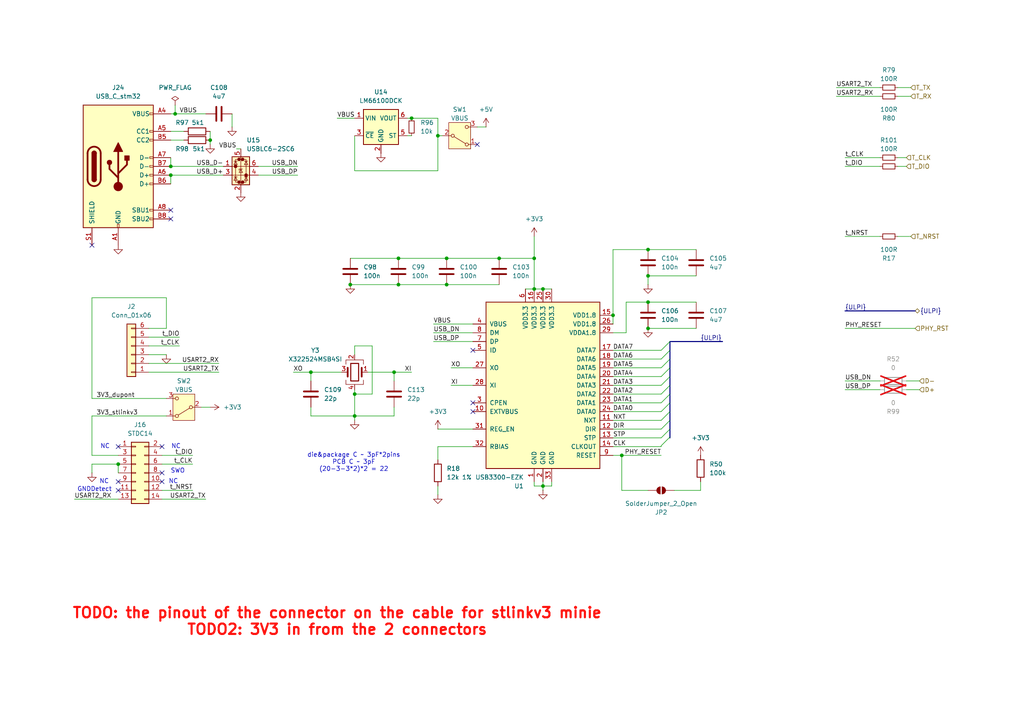
<source format=kicad_sch>
(kicad_sch (version 20231120) (generator "eeschema") (generator_version "8.0")
  (paper "A4")
  (title_block (title "EP6 VCU") (date "2024-09-30") (rev "1.0") (company "NTURacing") (comment 1 "郭哲明") (comment 2 "Electrical group"))
  (lib_symbols
    (symbol "Connector:USB_C_Receptacle_USB2.0_16P" (pin_names (offset 1.016))
      (property "Reference" "J" (at 0 22.225 0))
      (property "Value" "USB_C_Receptacle_USB2.0_16P" (at 0 19.685 0))
      (symbol "USB_C_Receptacle_USB2.0_16P_0_0"
        (rectangle (start -0.254 -17.78) (end 0.254 -16.764))
        (rectangle (start 10.16 -14.986) (end 9.144 -15.494))
        (rectangle (start 10.16 -12.446) (end 9.144 -12.954))
        (rectangle (start 10.16 -4.826) (end 9.144 -5.334))
        (rectangle (start 10.16 -2.286) (end 9.144 -2.794))
        (rectangle (start 10.16 0.254) (end 9.144 -0.254))
        (rectangle (start 10.16 2.794) (end 9.144 2.286))
        (rectangle (start 10.16 7.874) (end 9.144 7.366))
        (rectangle (start 10.16 10.414) (end 9.144 9.906))
        (rectangle (start 10.16 15.494) (end 9.144 14.986))
      )
      (symbol "USB_C_Receptacle_USB2.0_16P_0_1"
        (rectangle (start -10.16 17.78) (end 10.16 -17.78) (stroke (width 0.254)) (fill (type background)))
        (arc (start -8.89 -3.81) (mid -6.985 -5.7067) (end -5.08 -3.81) (stroke (width 0.508)))
        (arc (start -7.62 -3.81) (mid -6.985 -4.4423) (end -6.35 -3.81) (stroke (width 0.254)))
        (arc (start -7.62 -3.81) (mid -6.985 -4.4423) (end -6.35 -3.81) (stroke (width 0.254)) (fill (type outline)))
        (rectangle (start -7.62 -3.81) (end -6.35 3.81) (stroke (width 0.254)) (fill (type outline)))
        (arc (start -6.35 3.81) (mid -6.985 4.4423) (end -7.62 3.81) (stroke (width 0.254)))
        (arc (start -6.35 3.81) (mid -6.985 4.4423) (end -7.62 3.81) (stroke (width 0.254)) (fill (type outline)))
        (arc (start -5.08 3.81) (mid -6.985 5.7067) (end -8.89 3.81) (stroke (width 0.508)))
        (circle (center -2.54 1.143) (radius 0.635) (stroke (width 0.254)) (fill (type outline)))
        (circle (center 0 -5.842) (radius 1.27) (fill (type outline)))
        (polyline (pts (xy -8.89 -3.81) (xy -8.89 3.81)) (stroke (width 0.508)))
        (polyline (pts (xy -5.08 3.81) (xy -5.08 -3.81)) (stroke (width 0.508)))
        (polyline (pts (xy 0 -5.842) (xy 0 4.318)) (stroke (width 0.508)))
        (polyline (pts (xy 0 -3.302) (xy -2.54 -0.762) (xy -2.54 0.508)) (stroke (width 0.508)))
        (polyline (pts (xy 0 -2.032) (xy 2.54 0.508) (xy 2.54 1.778)) (stroke (width 0.508)))
        (polyline (pts (xy -1.27 4.318) (xy 0 6.858) (xy 1.27 4.318) (xy -1.27 4.318)) (stroke (width 0.254)) (fill (type outline)))
        (rectangle (start 1.905 1.778) (end 3.175 3.048) (stroke (width 0.254)) (fill (type outline)))
      )
      (symbol "USB_C_Receptacle_USB2.0_16P_1_1"
        (pin passive line (at 0 -22.86 90) (length 5.08) (name "GND") (number "A1"))
        (pin passive line (at 0 -22.86 90) (length 5.08) hide (name "GND") (number "A12"))
        (pin passive line (at 15.24 15.24 180) (length 5.08) (name "VBUS") (number "A4"))
        (pin bidirectional line (at 15.24 10.16 180) (length 5.08) (name "CC1") (number "A5"))
        (pin bidirectional line (at 15.24 -2.54 180) (length 5.08) (name "D+") (number "A6"))
        (pin bidirectional line (at 15.24 2.54 180) (length 5.08) (name "D-") (number "A7"))
        (pin bidirectional line (at 15.24 -12.7 180) (length 5.08) (name "SBU1") (number "A8"))
        (pin passive line (at 15.24 15.24 180) (length 5.08) hide (name "VBUS") (number "A9"))
        (pin passive line (at 0 -22.86 90) (length 5.08) hide (name "GND") (number "B1"))
        (pin passive line (at 0 -22.86 90) (length 5.08) hide (name "GND") (number "B12"))
        (pin passive line (at 15.24 15.24 180) (length 5.08) hide (name "VBUS") (number "B4"))
        (pin bidirectional line (at 15.24 7.62 180) (length 5.08) (name "CC2") (number "B5"))
        (pin bidirectional line (at 15.24 -5.08 180) (length 5.08) (name "D+") (number "B6"))
        (pin bidirectional line (at 15.24 0 180) (length 5.08) (name "D-") (number "B7"))
        (pin bidirectional line (at 15.24 -15.24 180) (length 5.08) (name "SBU2") (number "B8"))
        (pin passive line (at 15.24 15.24 180) (length 5.08) hide (name "VBUS") (number "B9"))
        (pin passive line (at -7.62 -22.86 90) (length 5.08) (name "SHIELD") (number "S1"))
      )
    )
    (symbol "Connector_Generic:Conn_01x06" (pin_names (offset 1.016) hide)
      (property "Reference" "J" (at 0 7.62 0))
      (property "Value" "Conn_01x06" (at 0 -10.16 0))
      (symbol "Conn_01x06_1_1"
        (rectangle (start -1.27 -7.493) (end 0 -7.747) (stroke (width 0.1524)))
        (rectangle (start -1.27 -4.953) (end 0 -5.207) (stroke (width 0.1524)))
        (rectangle (start -1.27 -2.413) (end 0 -2.667) (stroke (width 0.1524)))
        (rectangle (start -1.27 0.127) (end 0 -0.127) (stroke (width 0.1524)))
        (rectangle (start -1.27 2.667) (end 0 2.413) (stroke (width 0.1524)))
        (rectangle (start -1.27 5.207) (end 0 4.953) (stroke (width 0.1524)))
        (rectangle (start -1.27 6.35) (end 1.27 -8.89) (stroke (width 0.254)) (fill (type background)))
        (pin passive line (at -5.08 5.08 0) (length 3.81) (name "Pin_1") (number "1"))
        (pin passive line (at -5.08 2.54 0) (length 3.81) (name "Pin_2") (number "2"))
        (pin passive line (at -5.08 0 0) (length 3.81) (name "Pin_3") (number "3"))
        (pin passive line (at -5.08 -2.54 0) (length 3.81) (name "Pin_4") (number "4"))
        (pin passive line (at -5.08 -5.08 0) (length 3.81) (name "Pin_5") (number "5"))
        (pin passive line (at -5.08 -7.62 0) (length 3.81) (name "Pin_6") (number "6"))
      )
    )
    (symbol "Connector_Generic:Conn_02x07_Odd_Even" (pin_names (offset 1.016) hide)
      (property "Reference" "J" (at 1.27 10.16 0))
      (property "Value" "Conn_02x07_Odd_Even" (at 1.27 -10.16 0))
      (symbol "Conn_02x07_Odd_Even_1_1"
        (rectangle (start -1.27 -7.493) (end 0 -7.747) (stroke (width 0.1524)))
        (rectangle (start -1.27 -4.953) (end 0 -5.207) (stroke (width 0.1524)))
        (rectangle (start -1.27 -2.413) (end 0 -2.667) (stroke (width 0.1524)))
        (rectangle (start -1.27 0.127) (end 0 -0.127) (stroke (width 0.1524)))
        (rectangle (start -1.27 2.667) (end 0 2.413) (stroke (width 0.1524)))
        (rectangle (start -1.27 5.207) (end 0 4.953) (stroke (width 0.1524)))
        (rectangle (start -1.27 7.747) (end 0 7.493) (stroke (width 0.1524)))
        (rectangle (start -1.27 8.89) (end 3.81 -8.89) (stroke (width 0.254)) (fill (type background)))
        (rectangle (start 3.81 -7.493) (end 2.54 -7.747) (stroke (width 0.1524)))
        (rectangle (start 3.81 -4.953) (end 2.54 -5.207) (stroke (width 0.1524)))
        (rectangle (start 3.81 -2.413) (end 2.54 -2.667) (stroke (width 0.1524)))
        (rectangle (start 3.81 0.127) (end 2.54 -0.127) (stroke (width 0.1524)))
        (rectangle (start 3.81 2.667) (end 2.54 2.413) (stroke (width 0.1524)))
        (rectangle (start 3.81 5.207) (end 2.54 4.953) (stroke (width 0.1524)))
        (rectangle (start 3.81 7.747) (end 2.54 7.493) (stroke (width 0.1524)))
        (pin passive line (at -5.08 7.62 0) (length 3.81) (name "Pin_1") (number "1"))
        (pin passive line (at 7.62 -2.54 180) (length 3.81) (name "Pin_10") (number "10"))
        (pin passive line (at -5.08 -5.08 0) (length 3.81) (name "Pin_11") (number "11"))
        (pin passive line (at 7.62 -5.08 180) (length 3.81) (name "Pin_12") (number "12"))
        (pin passive line (at -5.08 -7.62 0) (length 3.81) (name "Pin_13") (number "13"))
        (pin passive line (at 7.62 -7.62 180) (length 3.81) (name "Pin_14") (number "14"))
        (pin passive line (at 7.62 7.62 180) (length 3.81) (name "Pin_2") (number "2"))
        (pin passive line (at -5.08 5.08 0) (length 3.81) (name "Pin_3") (number "3"))
        (pin passive line (at 7.62 5.08 180) (length 3.81) (name "Pin_4") (number "4"))
        (pin passive line (at -5.08 2.54 0) (length 3.81) (name "Pin_5") (number "5"))
        (pin passive line (at 7.62 2.54 180) (length 3.81) (name "Pin_6") (number "6"))
        (pin passive line (at -5.08 0 0) (length 3.81) (name "Pin_7") (number "7"))
        (pin passive line (at 7.62 0 180) (length 3.81) (name "Pin_8") (number "8"))
        (pin passive line (at -5.08 -2.54 0) (length 3.81) (name "Pin_9") (number "9"))
      )
    )
    (symbol "Device:C" (pin_numbers hide) (pin_names (offset 0.254))
      (property "Reference" "C" (at 0.635 2.54 0))
      (property "Value" "C" (at 0.635 -2.54 0))
      (symbol "C_0_1"
        (polyline (pts (xy -2.032 -0.762) (xy 2.032 -0.762)) (stroke (width 0.508)))
        (polyline (pts (xy -2.032 0.762) (xy 2.032 0.762)) (stroke (width 0.508)))
      )
      (symbol "C_1_1"
        (pin passive line (at 0 3.81 270) (length 2.794) (name "~") (number "1"))
        (pin passive line (at 0 -3.81 90) (length 2.794) (name "~") (number "2"))
      )
    )
    (symbol "Device:Crystal_GND24" (pin_names (offset 1.016) hide)
      (property "Reference" "Y" (at 3.175 5.08 0))
      (property "Value" "Crystal_GND24" (at 3.175 3.175 0))
      (symbol "Crystal_GND24_0_1"
        (rectangle (start -1.143 2.54) (end 1.143 -2.54) (stroke (width 0.3048)))
        (polyline (pts (xy -2.54 0) (xy -2.032 0)))
        (polyline (pts (xy -2.032 -1.27) (xy -2.032 1.27)) (stroke (width 0.508)))
        (polyline (pts (xy 0 -3.81) (xy 0 -3.556)))
        (polyline (pts (xy 0 3.556) (xy 0 3.81)))
        (polyline (pts (xy 2.032 -1.27) (xy 2.032 1.27)) (stroke (width 0.508)))
        (polyline (pts (xy 2.032 0) (xy 2.54 0)))
        (polyline (pts (xy -2.54 -2.286) (xy -2.54 -3.556) (xy 2.54 -3.556) (xy 2.54 -2.286)))
        (polyline (pts (xy -2.54 2.286) (xy -2.54 3.556) (xy 2.54 3.556) (xy 2.54 2.286)))
      )
      (symbol "Crystal_GND24_1_1"
        (pin passive line (at -3.81 0 0) (length 1.27) (name "1") (number "1"))
        (pin passive line (at 0 5.08 270) (length 1.27) (name "2") (number "2"))
        (pin passive line (at 3.81 0 180) (length 1.27) (name "3") (number "3"))
        (pin passive line (at 0 -5.08 90) (length 1.27) (name "4") (number "4"))
      )
    )
    (symbol "Device:R" (pin_numbers hide) (pin_names (offset 0))
      (property "Reference" "R" (at 2.032 0 90))
      (property "Value" "R" (at 0 0 90))
      (symbol "R_0_1"
        (rectangle (start -1.016 -2.54) (end 1.016 2.54) (stroke (width 0.254)))
      )
      (symbol "R_1_1"
        (pin passive line (at 0 3.81 270) (length 1.27) (name "~") (number "1"))
        (pin passive line (at 0 -3.81 90) (length 1.27) (name "~") (number "2"))
      )
    )
    (symbol "Device:R_Small" (pin_numbers hide) (pin_names (offset 0.254) hide)
      (property "Reference" "R" (at 0.762 0.508 0))
      (property "Value" "R_Small" (at 0.762 -1.016 0))
      (symbol "R_Small_0_1"
        (rectangle (start -0.762 1.778) (end 0.762 -1.778) (stroke (width 0.2032)))
      )
      (symbol "R_Small_1_1"
        (pin passive line (at 0 2.54 270) (length 0.762) (name "~") (number "1"))
        (pin passive line (at 0 -2.54 90) (length 0.762) (name "~") (number "2"))
      )
    )
    (symbol "Interface_USB:USB3300-EZK" (pin_names (offset 1.016))
      (property "Reference" "U" (at 0 1.27 0))
      (property "Value" "USB3300-EZK" (at 0 -1.27 0))
      (symbol "USB3300-EZK_0_1"
        (rectangle (start 16.51 -24.13) (end -16.51 24.13) (stroke (width 0.254)) (fill (type background)))
      )
      (symbol "USB3300-EZK_1_1"
        (pin power_in line (at -2.54 -27.94 90) (length 3.81) (name "GND") (number "1"))
        (pin input line (at -20.32 -7.62 0) (length 3.81) (name "EXTVBUS") (number "10"))
        (pin output line (at 20.32 -10.16 180) (length 3.81) (name "NXT") (number "11"))
        (pin output line (at 20.32 -12.7 180) (length 3.81) (name "DIR") (number "12"))
        (pin input line (at 20.32 -15.24 180) (length 3.81) (name "STP") (number "13"))
        (pin output line (at 20.32 -17.78 180) (length 3.81) (name "CLKOUT") (number "14"))
        (pin power_out line (at 20.32 20.32 180) (length 3.81) (name "VDD1.8") (number "15"))
        (pin power_in line (at -2.54 27.94 270) (length 3.81) (name "VDD3.3") (number "16"))
        (pin bidirectional line (at 20.32 10.16 180) (length 3.81) (name "DATA7") (number "17"))
        (pin bidirectional line (at 20.32 7.62 180) (length 3.81) (name "DATA6") (number "18"))
        (pin bidirectional line (at 20.32 5.08 180) (length 3.81) (name "DATA5") (number "19"))
        (pin power_in line (at 0 -27.94 90) (length 3.81) (name "GND") (number "2"))
        (pin bidirectional line (at 20.32 2.54 180) (length 3.81) (name "DATA4") (number "20"))
        (pin bidirectional line (at 20.32 0 180) (length 3.81) (name "DATA3") (number "21"))
        (pin bidirectional line (at 20.32 -2.54 180) (length 3.81) (name "DATA2") (number "22"))
        (pin bidirectional line (at 20.32 -5.08 180) (length 3.81) (name "DATA1") (number "23"))
        (pin bidirectional line (at 20.32 -7.62 180) (length 3.81) (name "DATA0") (number "24"))
        (pin power_in line (at 0 27.94 270) (length 3.81) (name "VDD3.3") (number "25"))
        (pin power_out line (at 20.32 17.78 180) (length 3.81) (name "VDD1.8") (number "26"))
        (pin output line (at -20.32 5.08 0) (length 3.81) (name "XO") (number "27"))
        (pin input line (at -20.32 0 0) (length 3.81) (name "XI") (number "28"))
        (pin power_out line (at 20.32 15.24 180) (length 3.81) (name "VDDA1.8") (number "29"))
        (pin output line (at -20.32 -5.08 0) (length 3.81) (name "CPEN") (number "3"))
        (pin power_in line (at 2.54 27.94 270) (length 3.81) (name "VDD3.3") (number "30"))
        (pin bidirectional line (at -20.32 -12.7 0) (length 3.81) (name "REG_EN") (number "31"))
        (pin passive line (at -20.32 -17.78 0) (length 3.81) (name "RBIAS") (number "32"))
        (pin power_in line (at 2.54 -27.94 90) (length 3.81) (name "GND") (number "33"))
        (pin power_in line (at -20.32 17.78 0) (length 3.81) (name "VBUS") (number "4"))
        (pin input line (at -20.32 10.16 0) (length 3.81) (name "ID") (number "5"))
        (pin power_in line (at -5.08 27.94 270) (length 3.81) (name "VDD3.3") (number "6"))
        (pin bidirectional line (at -20.32 12.7 0) (length 3.81) (name "DP") (number "7"))
        (pin bidirectional line (at -20.32 15.24 0) (length 3.81) (name "DM") (number "8"))
        (pin input line (at 20.32 -20.32 180) (length 3.81) (name "RESET") (number "9"))
      )
    )
    (symbol "Jumper:SolderJumper_2_Open" (pin_numbers hide) (pin_names (offset 0) hide) (exclude_from_sim yes) (in_bom no)
      (property "Reference" "JP" (at 0 2.032 0))
      (property "Value" "SolderJumper_2_Open" (at 0 -2.54 0))
      (symbol "SolderJumper_2_Open_0_1"
        (arc (start -0.254 1.016) (mid -1.2656 0) (end -0.254 -1.016))
        (arc (start -0.254 1.016) (mid -1.2656 0) (end -0.254 -1.016) (fill (type outline)))
        (polyline (pts (xy -0.254 1.016) (xy -0.254 -1.016)))
        (polyline (pts (xy 0.254 1.016) (xy 0.254 -1.016)))
        (arc (start 0.254 -1.016) (mid 1.2656 0) (end 0.254 1.016))
        (arc (start 0.254 -1.016) (mid 1.2656 0) (end 0.254 1.016) (fill (type outline)))
      )
      (symbol "SolderJumper_2_Open_1_1"
        (pin passive line (at -3.81 0 0) (length 2.54) (name "A") (number "1"))
        (pin passive line (at 3.81 0 180) (length 2.54) (name "B") (number "2"))
      )
    )
    (symbol "Power_Management:LM66100DCK"
      (property "Reference" "U" (at -5.08 6.096 0))
      (property "Value" "LM66100DCK" (at 0.254 -6.35 0))
      (symbol "LM66100DCK_0_1"
        (rectangle (start -5.08 5.08) (end 5.08 -5.08) (stroke (width 0.254)) (fill (type background)))
      )
      (symbol "LM66100DCK_1_1"
        (pin power_in line (at -7.62 2.54 0) (length 2.54) (name "VIN") (number "1"))
        (pin power_in line (at 0 -7.62 90) (length 2.54) (name "GND") (number "2"))
        (pin input line (at -7.62 -2.54 0) (length 2.54) (name "~{CE}") (number "3"))
        (pin no_connect line (at 0 5.08 270) (length 2.54) hide (name "NC") (number "4"))
        (pin open_collector line (at 7.62 -2.54 180) (length 2.54) (name "ST") (number "5"))
        (pin power_out line (at 7.62 2.54 180) (length 2.54) (name "VOUT") (number "6"))
      )
    )
    (symbol "Power_Protection:USBLC6-2SC6" (pin_names hide)
      (property "Reference" "U" (at 0.635 5.715 0))
      (property "Value" "USBLC6-2SC6" (at 0.635 3.81 0))
      (symbol "USBLC6-2SC6_0_0"
        (circle (center -1.524 0) (radius 0.0001) (stroke (width 0.508)))
        (circle (center -0.508 -4.572) (radius 0.0001) (stroke (width 0.508)))
        (circle (center -0.508 2.032) (radius 0.0001) (stroke (width 0.508)))
        (circle (center 0.508 -4.572) (radius 0.0001) (stroke (width 0.508)))
        (circle (center 0.508 2.032) (radius 0.0001) (stroke (width 0.508)))
        (circle (center 1.524 -2.54) (radius 0.0001) (stroke (width 0.508)))
      )
      (symbol "USBLC6-2SC6_0_1"
        (polyline (pts (xy -2.54 -2.54) (xy 2.54 -2.54)))
        (polyline (pts (xy -2.54 0) (xy 2.54 0)))
        (polyline (pts (xy -2.032 -3.048) (xy -1.016 -3.048)))
        (polyline (pts (xy -1.016 1.524) (xy -2.032 1.524)))
        (polyline (pts (xy 1.016 -3.048) (xy 2.032 -3.048)))
        (polyline (pts (xy 1.016 1.524) (xy 2.032 1.524)))
        (polyline (pts (xy -0.508 -1.143) (xy -0.508 -0.762) (xy 0.508 -0.762)))
        (polyline (pts (xy -2.032 0.508) (xy -1.016 0.508) (xy -1.524 1.524) (xy -2.032 0.508)))
        (polyline (pts (xy -1.016 -4.064) (xy -2.032 -4.064) (xy -1.524 -3.048) (xy -1.016 -4.064)))
        (polyline (pts (xy 0.508 -1.778) (xy -0.508 -1.778) (xy 0 -0.762) (xy 0.508 -1.778)))
        (polyline (pts (xy 2.032 -4.064) (xy 1.016 -4.064) (xy 1.524 -3.048) (xy 2.032 -4.064)))
        (polyline (pts (xy 2.032 0.508) (xy 1.016 0.508) (xy 1.524 1.524) (xy 2.032 0.508)))
        (polyline (pts (xy 0 2.54) (xy -0.508 2.032) (xy 0.508 2.032) (xy 0 1.524) (xy 0 -4.064) (xy -0.508 -4.572) (xy 0.508 -4.572) (xy 0 -5.08)))
      )
      (symbol "USBLC6-2SC6_1_1"
        (rectangle (start -2.54 2.794) (end 2.54 -5.334) (stroke (width 0.254)) (fill (type background)))
        (polyline (pts (xy -0.508 2.032) (xy -1.524 2.032) (xy -1.524 -4.572) (xy -0.508 -4.572)))
        (polyline (pts (xy 0.508 -4.572) (xy 1.524 -4.572) (xy 1.524 2.032) (xy 0.508 2.032)))
        (pin passive line (at -5.08 0 0) (length 2.54) (name "I/O1") (number "1"))
        (pin passive line (at 0 -7.62 90) (length 2.54) (name "GND") (number "2"))
        (pin passive line (at -5.08 -2.54 0) (length 2.54) (name "I/O2") (number "3"))
        (pin passive line (at 5.08 -2.54 180) (length 2.54) (name "I/O2") (number "4"))
        (pin passive line (at 0 5.08 270) (length 2.54) (name "VBUS") (number "5"))
        (pin passive line (at 5.08 0 180) (length 2.54) (name "I/O1") (number "6"))
      )
    )
    (symbol "Switch:SW_SPDT" (pin_names (offset 0) hide)
      (property "Reference" "SW" (at 0 5.08 0))
      (property "Value" "SW_SPDT" (at 0 -5.08 0))
      (symbol "SW_SPDT_0_1"
        (circle (center -2.032 0) (radius 0.4572))
        (polyline (pts (xy -1.651 0.254) (xy 1.651 2.286)))
        (circle (center 2.032 -2.54) (radius 0.4572))
        (circle (center 2.032 2.54) (radius 0.4572))
      )
      (symbol "SW_SPDT_1_1"
        (rectangle (start -3.175 3.81) (end 3.175 -3.81) (fill (type background)))
        (pin passive line (at 5.08 2.54 180) (length 2.54) (name "A") (number "1"))
        (pin passive line (at -5.08 0 0) (length 2.54) (name "B") (number "2"))
        (pin passive line (at 5.08 -2.54 180) (length 2.54) (name "C") (number "3"))
      )
    )
    (symbol "power:+3V3" (power) (pin_numbers hide) (pin_names (offset 0) hide)
      (property "Value" "+3V3" (at 0 3.556 0))
      (symbol "+3V3_0_1"
        (polyline (pts (xy -0.762 1.27) (xy 0 2.54)))
        (polyline (pts (xy 0 0) (xy 0 2.54)))
        (polyline (pts (xy 0 2.54) (xy 0.762 1.27)))
      )
      (symbol "+3V3_1_1"
        (pin power_in line (at 0 0 90) (length 0) (name "~") (number "1"))
      )
    )
    (symbol "power:+5V" (power) (pin_numbers hide) (pin_names (offset 0) hide)
      (property "Value" "+5V" (at 0 3.556 0))
      (symbol "+5V_0_1"
        (polyline (pts (xy -0.762 1.27) (xy 0 2.54)))
        (polyline (pts (xy 0 0) (xy 0 2.54)))
        (polyline (pts (xy 0 2.54) (xy 0.762 1.27)))
      )
      (symbol "+5V_1_1"
        (pin power_in line (at 0 0 90) (length 0) (name "~") (number "1"))
      )
    )
    (symbol "power:GND" (power) (pin_numbers hide) (pin_names (offset 0) hide)
      (property "Value" "GND" (at 0 -3.81 0))
      (symbol "GND_0_1"
        (polyline (pts (xy 0 0) (xy 0 -1.27) (xy 1.27 -1.27) (xy 0 -2.54) (xy -1.27 -1.27) (xy 0 -1.27)))
      )
      (symbol "GND_1_1"
        (pin power_in line (at 0 0 270) (length 0) (name "~") (number "1"))
      )
    )
    (symbol "power:PWR_FLAG" (power) (pin_numbers hide) (pin_names (offset 0) hide)
      (property "Value" "PWR_FLAG" (at 0 3.81 0))
      (symbol "PWR_FLAG_0_0"
        (pin power_out line (at 0 0 90) (length 0) (name "~") (number "1"))
      )
      (symbol "PWR_FLAG_0_1"
        (polyline (pts (xy 0 0) (xy 0 1.27) (xy -1.016 1.905) (xy 0 2.54) (xy 1.016 1.905) (xy 0 1.27)))
      )
    )
  )
  (bus_alias "ULPI" (members "NXT" "DIR" "STP" "CLK" "DATA[0..7]"))
  (junction (at 187.96 80.01))
  (junction (at 144.78 74.93))
  (junction (at 187.96 87.63))
  (junction (at 34.29 134.62))
  (junction (at 50.8 33.02))
  (junction (at 129.54 82.55))
  (junction (at 101.6 82.55))
  (junction (at 49.53 50.8))
  (junction (at 187.96 72.39))
  (junction (at 177.8 91.44))
  (junction (at 129.54 74.93))
  (junction (at 154.94 74.93))
  (junction (at 90.17 107.95))
  (junction (at 102.87 114.3))
  (junction (at 157.48 140.97))
  (junction (at 49.53 48.26))
  (junction (at 60.96 40.64))
  (junction (at 187.96 95.25))
  (junction (at 115.57 74.93))
  (junction (at 114.3 107.95))
  (junction (at 102.87 120.65))
  (junction (at 115.57 82.55))
  (junction (at 154.94 83.82))
  (junction (at 127 39.37))
  (junction (at 119.38 34.29))
  (junction (at 180.34 132.08))
  (junction (at 157.48 83.82))
  (no_connect (at 49.53 60.96))
  (no_connect (at 138.43 41.91))
  (no_connect (at 49.53 63.5))
  (no_connect (at 26.67 71.12))
  (no_connect (at 46.99 137.16))
  (no_connect (at 46.99 139.7))
  (no_connect (at 46.99 129.54))
  (no_connect (at 137.16 116.84))
  (no_connect (at 137.16 119.38))
  (no_connect (at 137.16 101.6))
  (no_connect (at 34.29 139.7))
  (no_connect (at 34.29 129.54))
  (no_connect (at 34.29 142.24))
  (bus_entry (at 194.31 126.746) (size -2.54 2.54))
  (bus_entry (at 194.31 116.84) (size -2.54 2.54))
  (bus_entry (at 194.31 121.92) (size -2.54 2.54))
  (bus_entry (at 194.31 109.22) (size -2.54 2.54))
  (bus_entry (at 194.31 111.76) (size -2.54 2.54))
  (bus_entry (at 194.31 106.68) (size -2.54 2.54))
  (bus_entry (at 194.31 119.38) (size -2.54 2.54))
  (bus_entry (at 194.31 114.3) (size -2.54 2.54))
  (bus_entry (at 194.31 104.14) (size -2.54 2.54))
  (bus_entry (at 194.31 99.06) (size -2.54 2.54))
  (bus_entry (at 194.31 101.6) (size -2.54 2.54))
  (bus_entry (at 194.31 124.46) (size -2.54 2.54))
  (wire (pts (xy 154.94 68.58) (xy 154.94 74.93)))
  (wire (pts (xy 187.96 142.24) (xy 180.34 142.24)))
  (wire (pts (xy 101.6 74.93) (xy 115.57 74.93)))
  (wire (pts (xy 187.96 72.39) (xy 177.8 72.39)))
  (wire (pts (xy 64.77 48.26) (xy 49.53 48.26)))
  (wire (pts (xy 260.35 27.94) (xy 264.16 27.94)))
  (wire (pts (xy 177.8 96.52) (xy 181.61 96.52)))
  (wire (pts (xy 127 129.54) (xy 127 133.35)))
  (wire (pts (xy 46.99 142.24) (xy 55.88 142.24)))
  (wire (pts (xy 46.99 134.62) (xy 55.88 134.62)))
  (bus (pts (xy 194.31 99.06) (xy 209.55 99.06)))
  (wire (pts (xy 48.26 120.65) (xy 26.67 120.65)))
  (wire (pts (xy 102.87 113.03) (xy 102.87 114.3)))
  (wire (pts (xy 260.35 48.26) (xy 262.89 48.26)))
  (wire (pts (xy 125.73 93.98) (xy 137.16 93.98)))
  (wire (pts (xy 53.34 38.1) (xy 49.53 38.1)))
  (wire (pts (xy 144.78 74.93) (xy 154.94 74.93)))
  (wire (pts (xy 102.87 100.33) (xy 107.95 100.33)))
  (wire (pts (xy 127 140.97) (xy 127 143.51)))
  (bus (pts (xy 194.31 126.746) (xy 194.31 127)))
  (wire (pts (xy 60.96 40.64) (xy 60.96 41.91)))
  (wire (pts (xy 157.48 140.97) (xy 154.94 140.97)))
  (wire (pts (xy 107.95 100.33) (xy 107.95 114.3)))
  (wire (pts (xy 34.29 134.62) (xy 26.67 134.62)))
  (wire (pts (xy 140.97 36.83) (xy 138.43 36.83)))
  (wire (pts (xy 102.87 114.3) (xy 107.95 114.3)))
  (wire (pts (xy 90.17 107.95) (xy 90.17 110.49)))
  (wire (pts (xy 43.18 102.87) (xy 48.26 102.87)))
  (wire (pts (xy 181.61 96.52) (xy 181.61 87.63)))
  (bus (pts (xy 194.31 101.6) (xy 194.31 104.14)))
  (wire (pts (xy 242.57 25.4) (xy 255.27 25.4)))
  (wire (pts (xy 177.8 109.22) (xy 191.77 109.22)))
  (wire (pts (xy 177.8 121.92) (xy 191.77 121.92)))
  (wire (pts (xy 115.57 74.93) (xy 129.54 74.93)))
  (wire (pts (xy 125.73 99.06) (xy 137.16 99.06)))
  (wire (pts (xy 119.38 107.95) (xy 114.3 107.95)))
  (wire (pts (xy 191.77 101.6) (xy 177.8 101.6)))
  (wire (pts (xy 260.35 68.58) (xy 264.16 68.58)))
  (wire (pts (xy 48.26 86.36) (xy 26.67 86.36)))
  (bus (pts (xy 194.31 114.3) (xy 194.31 116.84)))
  (wire (pts (xy 160.02 139.7) (xy 160.02 140.97)))
  (wire (pts (xy 177.8 114.3) (xy 191.77 114.3)))
  (bus (pts (xy 194.31 109.22) (xy 194.31 111.76)))
  (wire (pts (xy 180.34 142.24) (xy 180.34 132.08)))
  (bus (pts (xy 194.31 116.84) (xy 194.31 119.38)))
  (bus (pts (xy 194.31 124.46) (xy 194.31 126.746)))
  (wire (pts (xy 48.26 95.25) (xy 48.26 86.36)))
  (wire (pts (xy 177.8 72.39) (xy 177.8 91.44)))
  (wire (pts (xy 69.85 43.18) (xy 68.58 43.18)))
  (bus (pts (xy 194.31 106.68) (xy 194.31 109.22)))
  (wire (pts (xy 26.67 86.36) (xy 26.67 115.57)))
  (wire (pts (xy 46.99 132.08) (xy 55.88 132.08)))
  (wire (pts (xy 191.77 129.54) (xy 177.8 129.54)))
  (wire (pts (xy 180.34 132.08) (xy 191.77 132.08)))
  (wire (pts (xy 157.48 139.7) (xy 157.48 140.97)))
  (wire (pts (xy 245.11 68.58) (xy 255.27 68.58)))
  (wire (pts (xy 26.67 134.62) (xy 26.67 137.16)))
  (wire (pts (xy 43.18 105.41) (xy 63.5 105.41)))
  (wire (pts (xy 154.94 74.93) (xy 154.94 83.82)))
  (wire (pts (xy 49.53 45.72) (xy 49.53 48.26)))
  (wire (pts (xy 125.73 96.52) (xy 137.16 96.52)))
  (wire (pts (xy 245.11 113.03) (xy 255.27 113.03)))
  (wire (pts (xy 114.3 120.65) (xy 114.3 118.11)))
  (wire (pts (xy 154.94 83.82) (xy 157.48 83.82)))
  (bus (pts (xy 194.31 104.14) (xy 194.31 106.68)))
  (wire (pts (xy 260.35 25.4) (xy 264.16 25.4)))
  (wire (pts (xy 102.87 120.65) (xy 102.87 121.92)))
  (wire (pts (xy 127 124.46) (xy 137.16 124.46)))
  (wire (pts (xy 137.16 129.54) (xy 127 129.54)))
  (wire (pts (xy 130.81 111.76) (xy 137.16 111.76)))
  (wire (pts (xy 262.89 113.03) (xy 266.7 113.03)))
  (wire (pts (xy 262.89 110.49) (xy 266.7 110.49)))
  (wire (pts (xy 160.02 140.97) (xy 157.48 140.97)))
  (wire (pts (xy 201.93 87.63) (xy 187.96 87.63)))
  (wire (pts (xy 195.58 142.24) (xy 203.2 142.24)))
  (wire (pts (xy 102.87 120.65) (xy 114.3 120.65)))
  (wire (pts (xy 201.93 72.39) (xy 187.96 72.39)))
  (wire (pts (xy 90.17 120.65) (xy 102.87 120.65)))
  (wire (pts (xy 50.8 33.02) (xy 59.69 33.02)))
  (wire (pts (xy 245.11 95.25) (xy 265.43 95.25)))
  (wire (pts (xy 49.53 33.02) (xy 50.8 33.02)))
  (wire (pts (xy 177.8 132.08) (xy 180.34 132.08)))
  (wire (pts (xy 128.27 39.37) (xy 127 39.37)))
  (wire (pts (xy 50.8 30.48) (xy 50.8 33.02)))
  (wire (pts (xy 118.11 34.29) (xy 119.38 34.29)))
  (wire (pts (xy 90.17 120.65) (xy 90.17 118.11)))
  (wire (pts (xy 242.57 27.94) (xy 255.27 27.94)))
  (wire (pts (xy 187.96 80.01) (xy 187.96 82.55)))
  (wire (pts (xy 74.93 48.26) (xy 86.36 48.26)))
  (wire (pts (xy 127 39.37) (xy 127 34.29)))
  (wire (pts (xy 129.54 82.55) (xy 144.78 82.55)))
  (wire (pts (xy 245.11 45.72) (xy 255.27 45.72)))
  (bus (pts (xy 194.31 99.06) (xy 194.31 101.6)))
  (wire (pts (xy 255.27 48.26) (xy 245.11 48.26)))
  (wire (pts (xy 74.93 50.8) (xy 86.36 50.8)))
  (wire (pts (xy 181.61 87.63) (xy 187.96 87.63)))
  (wire (pts (xy 260.35 45.72) (xy 262.89 45.72)))
  (wire (pts (xy 102.87 114.3) (xy 102.87 120.65)))
  (wire (pts (xy 129.54 74.93) (xy 144.78 74.93)))
  (wire (pts (xy 43.18 100.33) (xy 52.07 100.33)))
  (wire (pts (xy 99.06 107.95) (xy 90.17 107.95)))
  (wire (pts (xy 102.87 39.37) (xy 102.87 49.53)))
  (wire (pts (xy 26.67 115.57) (xy 48.26 115.57)))
  (bus (pts (xy 245.11 90.17) (xy 265.43 90.17)))
  (wire (pts (xy 177.8 124.46) (xy 191.77 124.46)))
  (wire (pts (xy 49.53 50.8) (xy 49.53 53.34)))
  (wire (pts (xy 177.8 104.14) (xy 191.77 104.14)))
  (wire (pts (xy 177.8 127) (xy 191.77 127)))
  (wire (pts (xy 177.8 116.84) (xy 191.77 116.84)))
  (wire (pts (xy 21.59 144.78) (xy 34.29 144.78)))
  (wire (pts (xy 43.18 107.95) (xy 63.5 107.95)))
  (wire (pts (xy 102.87 49.53) (xy 127 49.53)))
  (wire (pts (xy 34.29 134.62) (xy 34.29 137.16)))
  (wire (pts (xy 157.48 83.82) (xy 160.02 83.82)))
  (wire (pts (xy 64.77 50.8) (xy 49.53 50.8)))
  (wire (pts (xy 97.79 34.29) (xy 102.87 34.29)))
  (wire (pts (xy 118.11 39.37) (xy 119.38 39.37)))
  (wire (pts (xy 119.38 34.29) (xy 127 34.29)))
  (bus (pts (xy 194.31 111.76) (xy 194.31 114.3)))
  (wire (pts (xy 245.11 110.49) (xy 255.27 110.49)))
  (wire (pts (xy 46.99 144.78) (xy 59.69 144.78)))
  (wire (pts (xy 115.57 82.55) (xy 129.54 82.55)))
  (wire (pts (xy 177.8 119.38) (xy 191.77 119.38)))
  (wire (pts (xy 67.31 36.83) (xy 67.31 33.02)))
  (wire (pts (xy 43.18 95.25) (xy 48.26 95.25)))
  (wire (pts (xy 127 49.53) (xy 127 39.37)))
  (wire (pts (xy 154.94 140.97) (xy 154.94 139.7)))
  (wire (pts (xy 26.67 132.08) (xy 34.29 132.08)))
  (wire (pts (xy 157.48 142.24) (xy 157.48 140.97)))
  (wire (pts (xy 177.8 91.44) (xy 177.8 93.98)))
  (wire (pts (xy 187.96 95.25) (xy 201.93 95.25)))
  (wire (pts (xy 114.3 107.95) (xy 114.3 110.49)))
  (bus (pts (xy 194.31 119.38) (xy 194.31 121.92)))
  (wire (pts (xy 203.2 142.24) (xy 203.2 139.7)))
  (wire (pts (xy 58.42 118.11) (xy 60.96 118.11)))
  (bus (pts (xy 194.31 121.92) (xy 194.31 124.46)))
  (wire (pts (xy 90.17 107.95) (xy 85.09 107.95)))
  (wire (pts (xy 191.77 111.76) (xy 177.8 111.76)))
  (wire (pts (xy 152.4 83.82) (xy 154.94 83.82)))
  (wire (pts (xy 26.67 120.65) (xy 26.67 132.08)))
  (wire (pts (xy 191.77 106.68) (xy 177.8 106.68)))
  (wire (pts (xy 187.96 80.01) (xy 201.93 80.01)))
  (wire (pts (xy 53.34 40.64) (xy 49.53 40.64)))
  (wire (pts (xy 60.96 38.1) (xy 60.96 40.64)))
  (wire (pts (xy 101.6 82.55) (xy 115.57 82.55)))
  (wire (pts (xy 106.68 107.95) (xy 114.3 107.95)))
  (wire (pts (xy 191.77 129.286) (xy 191.77 129.54)))
  (wire (pts (xy 130.81 106.68) (xy 137.16 106.68)))
  (wire (pts (xy 102.87 102.87) (xy 102.87 100.33)))
  (wire (pts (xy 43.18 97.79) (xy 52.07 97.79)))
  (text "NC" (at 30.226 139.7 0) (effects (font (size 1.27 1.27))))
  (text "SWO" (at 51.562 136.652 0) (effects (font (size 1.27 1.27))))
  (text "GNDDetect" (at 27.432 141.986 0) (effects (font (size 1.27 1.27))))
  (text "NC" (at 51.054 129.54 0) (effects (font (size 1.27 1.27))))
  (text "NC" (at 50.292 139.7 0) (effects (font (size 1.27 1.27))))
  (text "die&package C ~ 3pF*2pins\nPCB C ~ 3pF\n(20-3-3*2)*2 = 22" (at 102.616 134.112 0) (effects (font (size 1.27 1.27))))
  (text "TODO: the pinout of the connector on the cable for stlinkv3 minie\nTODO2: 3V3 in from the 2 connectors" (at 97.79 180.34 0) (effects (font (size 3 3) (thickness 0.6) (bold yes))))
  (text "NC" (at 30.48 129.54 0) (effects (font (size 1.27 1.27))))
  (label "PHY_RESET" (at 245.11 95.25 0))
  (label "USB_D+" (at 64.77 50.8 180))
  (label "USART2_TX" (at 59.69 144.78 180))
  (label "XO" (at 130.81 106.68 0))
  (label "USART2_RX" (at 21.59 144.78 0))
  (label "3V3_stlinkv3" (at 27.94 120.65 0))
  (label "XO" (at 85.09 107.95 0))
  (label "3V3_dupont" (at 27.94 115.57 0))
  (label "NXT" (at 177.8 121.92 0))
  (label "USB_DP" (at 86.36 50.8 180))
  (label "DATA0" (at 177.8 119.38 0))
  (label "VBUS" (at 68.58 43.18 180))
  (label "DATA4" (at 177.8 109.22 0))
  (label "USART2_RX" (at 242.57 27.94 0))
  (label "XI" (at 130.81 111.76 0))
  (label "USB_D-" (at 64.77 48.26 180))
  (label "USB_DN" (at 125.73 96.52 0))
  (label "PHY_RESET" (at 191.77 132.08 180))
  (label "DATA3" (at 177.8 111.76 0))
  (label "DATA7" (at 177.8 101.6 0))
  (label "t_NRST" (at 55.88 142.24 180))
  (label "{ULPI}" (at 245.11 90.17 0))
  (label "USART2_TX" (at 242.57 25.4 0))
  (label "USART2_TX" (at 63.5 107.95 180))
  (label "t_DIO" (at 245.11 48.26 0))
  (label "CLK" (at 177.8 129.54 0))
  (label "t_CLK" (at 55.88 134.62 180))
  (label "t_NRST" (at 245.11 68.58 0))
  (label "DIR" (at 177.8 124.46 0))
  (label "t_CLK" (at 52.07 100.33 180))
  (label "VBUS" (at 57.15 33.02 180))
  (label "USB_DN" (at 245.11 110.49 0))
  (label "XI" (at 119.38 107.95 180))
  (label "USART2_RX" (at 63.5 105.41 180))
  (label "STP" (at 177.8 127 0))
  (label "t_DIO" (at 52.07 97.79 180))
  (label "DATA5" (at 177.8 106.68 0))
  (label "VBUS" (at 125.73 93.98 0))
  (label "USB_DP" (at 245.11 113.03 0))
  (label "t_DIO" (at 55.88 132.08 180))
  (label "{ULPI}" (at 203.2 99.06 0))
  (label "VBUS" (at 97.79 34.29 0))
  (label "DATA6" (at 177.8 104.14 0))
  (label "t_CLK" (at 245.11 45.72 0))
  (label "DATA2" (at 177.8 114.3 0))
  (label "USB_DP" (at 125.73 99.06 0))
  (label "DATA1" (at 177.8 116.84 0))
  (label "USB_DN" (at 86.36 48.26 180))
  (hierarchical_label "D+" (shape input) (at 266.7 113.03 0))
  (hierarchical_label "PHY_RST" (shape input) (at 265.43 95.25 0))
  (hierarchical_label "D-" (shape input) (at 266.7 110.49 0))
  (hierarchical_label "T_RX" (shape input) (at 264.16 27.94 0))
  (hierarchical_label "T_CLK" (shape input) (at 262.89 45.72 0))
  (hierarchical_label "T_DIO" (shape input) (at 262.89 48.26 0))
  (hierarchical_label "{ULPI}" (shape bidirectional) (at 265.43 90.17 0))
  (hierarchical_label "T_NRST" (shape input) (at 264.16 68.58 0))
  (hierarchical_label "T_TX" (shape input) (at 264.16 25.4 0))
  (symbol (lib_id "Device:C") (at 115.57 78.74 0) (unit 1)
    (property "Reference" "C99" (at 119.38 77.4699 0) (effects (justify left)))
    (property "Value" "100n" (at 119.38 80.0099 0) (effects (justify left)))
    (property "Description" "Unpolarized capacitor" (effects (hide yes)))
  )
  (symbol (lib_id "Device:R_Small") (at 257.81 27.94 90) (mirror x) (unit 1)
    (property "Reference" "R80" (at 257.81 34.29 90))
    (property "Value" "100R" (at 257.81 31.75 90))
    (property "Footprint" "Resistor_SMD:R_0402_1005Metric" (effects (hide yes)))
    (property "Description" "Resistor, small symbol" (effects (hide yes)))
  )
  (symbol (lib_id "power:+3V3") (at 60.96 118.11 270) (unit 1)
    (property "Reference" "#PWR010" (effects (hide yes)))
    (property "Value" "+3V3" (at 64.77 118.1099 90) (effects (justify left)))
    (property "Description" "Power symbol creates a global label with name \"+3V3\"" (effects (hide yes)))
  )
  (symbol (lib_id "power:GND") (at 48.26 102.87 0) (unit 1)
    (property "Reference" "#PWR018" (effects (hide yes)))
    (property "Value" "GND" (effects (hide yes)))
    (property "Description" "Power symbol creates a global label with name \"GND\" , ground" (effects (hide yes)))
  )
  (symbol (lib_id "power:+3V3") (at 127 124.46 0) (unit 1)
    (property "Reference" "#PWR033" (effects (hide yes)))
    (property "Value" "+3V3" (at 127 119.38 0))
    (property "Description" "Power symbol creates a global label with name \"+3V3\"" (effects (hide yes)))
  )
  (symbol (lib_id "Device:R_Small") (at 257.81 68.58 90) (mirror x) (unit 1)
    (property "Reference" "R17" (at 257.81 74.93 90))
    (property "Value" "100R" (at 257.81 72.39 90))
    (property "Footprint" "Resistor_SMD:R_0402_1005Metric" (effects (hide yes)))
    (property "Description" "Resistor, small symbol" (effects (hide yes)))
  )
  (symbol (lib_id "power:GND") (at 157.48 142.24 0) (mirror y) (unit 1)
    (property "Reference" "#PWR024" (effects (hide yes)))
    (property "Value" "GND" (effects (hide yes)))
    (property "Description" "Power symbol creates a global label with name \"GND\" , ground" (effects (hide yes)))
  )
  (symbol (lib_id "power:+3V3") (at 154.94 68.58 0) (unit 1)
    (property "Reference" "#PWR026" (effects (hide yes)))
    (property "Value" "+3V3" (at 154.94 63.5 0))
    (property "Description" "Power symbol creates a global label with name \"+3V3\"" (effects (hide yes)))
  )
  (symbol (lib_id "Device:C") (at 201.93 91.44 0) (unit 1)
    (property "Reference" "C107" (at 205.74 90.1699 0) (effects (justify left)))
    (property "Value" "4u7" (at 205.74 92.7099 0) (effects (justify left)))
    (property "Description" "Unpolarized capacitor" (effects (hide yes)))
  )
  (symbol (lib_id "Device:C") (at 187.96 76.2 0) (unit 1)
    (property "Reference" "C104" (at 191.77 74.9299 0) (effects (justify left)))
    (property "Value" "100n" (at 191.77 77.4699 0) (effects (justify left)))
    (property "Description" "Unpolarized capacitor" (effects (hide yes)))
  )
  (symbol (lib_id "power:GND") (at 60.96 41.91 0) (mirror y) (unit 1)
    (property "Reference" "#PWR0205" (effects (hide yes)))
    (property "Value" "GND" (effects (hide yes)))
    (property "Description" "Power symbol creates a global label with name \"GND\" , ground" (effects (hide yes)))
  )
  (symbol (lib_id "Jumper:SolderJumper_2_Open") (at 191.77 142.24 0) (mirror y) (unit 1) (exclude_from_sim yes) (in_bom no)
    (property "Reference" "JP2" (at 191.77 148.59 0))
    (property "Value" "SolderJumper_2_Open" (at 191.77 146.05 0))
    (property "Description" "Solder Jumper, 2-pole, open" (effects (hide yes)))
  )
  (symbol (lib_id "Device:R") (at 57.15 40.64 270) (unit 1)
    (property "Reference" "R98" (at 52.832 43.18 90))
    (property "Value" "5k1" (at 57.658 43.18 90))
    (property "Footprint" "Resistor_SMD:R_0402_1005Metric" (effects (hide yes)))
    (property "Description" "Resistor" (effects (hide yes)))
  )
  (symbol (lib_id "power:GND") (at 187.96 82.55 0) (mirror y) (unit 1)
    (property "Reference" "#PWR029" (effects (hide yes)))
    (property "Value" "GND" (effects (hide yes)))
    (property "Description" "Power symbol creates a global label with name \"GND\" , ground" (effects (hide yes)))
  )
  (symbol (lib_id "Connector_Generic:Conn_02x07_Odd_Even") (at 39.37 137.16 0) (unit 1)
    (property "Reference" "J16" (at 40.64 123.19 0))
    (property "Value" "STDC14" (at 40.64 125.73 0))
    (property "Description" "Generic connector, double row, 02x07, odd/even pin numbering scheme (row 1 odd numbers, row 2 even numbers), script generated (kicad-library-utils/schlib/autogen/connector/)" (effects (hide yes)))
  )
  (symbol (lib_id "Device:C") (at 114.3 114.3 0) (unit 1)
    (property "Reference" "C113" (at 118.11 113.0299 0) (effects (justify left)))
    (property "Value" "22p" (at 118.11 115.5699 0) (effects (justify left)))
    (property "Description" "Unpolarized capacitor" (effects (hide yes)))
  )
  (symbol (lib_id "Device:C") (at 90.17 114.3 0) (unit 1)
    (property "Reference" "C109" (at 93.98 113.0299 0) (effects (justify left)))
    (property "Value" "22p" (at 93.98 115.5699 0) (effects (justify left)))
    (property "Description" "Unpolarized capacitor" (effects (hide yes)))
  )
  (symbol (lib_id "Switch:SW_SPDT") (at 53.34 118.11 180) (unit 1)
    (property "Reference" "SW2" (at 53.34 110.49 0))
    (property "Value" "VBUS" (at 53.34 113.03 0))
    (property "Footprint" "Connector_PinHeader_2.54mm:PinHeader_1x03_P2.54mm_Vertical" (effects (hide yes)))
    (property "Description" "Switch, single pole double throw" (effects (hide yes)))
  )
  (symbol (lib_id "Connector:USB_C_Receptacle_USB2.0_16P") (at 34.29 48.26 0) (unit 1)
    (property "Reference" "J24" (at 34.29 25.4 0))
    (property "Value" "USB_C_stm32" (at 34.29 27.94 0))
    (property "Footprint" "Connector_USB:USB_C_Receptacle_GCT_USB4105-xx-A_16P_TopMnt_Horizontal" (effects (hide yes)))
    (property "Datasheet" "https://www.usb.org/sites/default/files/documents/usb_type-c.zip" (effects (hide yes)))
    (property "Description" "USB 2.0-only 16P Type-C Receptacle connector" (effects (hide yes)))
  )
  (symbol (lib_id "Power_Protection:USBLC6-2SC6") (at 69.85 48.26 0) (unit 1)
    (property "Reference" "U15" (at 71.5011 40.64 0) (effects (justify left)))
    (property "Value" "USBLC6-2SC6" (at 71.5011 43.18 0) (effects (justify left)))
    (property "Footprint" "Package_TO_SOT_SMD:SOT-23-6" (effects (hide yes)))
    (property "Datasheet" "https://www.st.com/resource/en/datasheet/usblc6-2.pdf" (effects (hide yes)))
    (property "Description" "Very low capacitance ESD protection diode, 2 data-line, SOT-23-6" (effects (hide yes)))
  )
  (symbol (lib_id "Device:R") (at 203.2 135.89 0) (unit 1)
    (property "Reference" "R50" (at 205.74 134.6199 0) (effects (justify left)))
    (property "Value" "100k" (at 205.74 137.1599 0) (effects (justify left)))
    (property "Description" "Resistor" (effects (hide yes)))
  )
  (symbol (lib_id "Device:R_Small") (at 257.81 25.4 90) (unit 1)
    (property "Reference" "R79" (at 257.81 20.32 90))
    (property "Value" "100R" (at 257.81 22.86 90))
    (property "Footprint" "Resistor_SMD:R_0402_1005Metric" (effects (hide yes)))
    (property "Description" "Resistor, small symbol" (effects (hide yes)))
  )
  (symbol (lib_id "Device:R_Small") (at 119.38 36.83 0) (unit 1)
    (property "Reference" "R96" (at 121.92 35.5599 0) (effects (justify left)))
    (property "Value" "10k" (at 121.92 38.0999 0) (effects (justify left)))
    (property "Footprint" "Resistor_SMD:R_0402_1005Metric" (effects (hide yes)))
    (property "Description" "Resistor, small symbol" (effects (hide yes)))
  )
  (symbol (lib_id "Device:R_Small") (at 257.81 45.72 90) (unit 1)
    (property "Reference" "R101" (at 257.81 40.64 90))
    (property "Value" "100R" (at 257.81 43.18 90))
    (property "Footprint" "Resistor_SMD:R_0402_1005Metric" (effects (hide yes)))
    (property "Description" "Resistor, small symbol" (effects (hide yes)))
  )
  (symbol (lib_id "Device:C") (at 101.6 78.74 0) (unit 1)
    (property "Reference" "C98" (at 105.41 77.4699 0) (effects (justify left)))
    (property "Value" "100n" (at 105.41 80.0099 0) (effects (justify left)))
    (property "Description" "Unpolarized capacitor" (effects (hide yes)))
  )
  (symbol (lib_id "Device:R") (at 259.08 113.03 90) (mirror x) (unit 1) (in_bom no) (dnp yes)
    (property "Reference" "R99" (at 259.08 119.38 90))
    (property "Value" "0" (at 259.08 116.84 90))
    (property "Footprint" "Resistor_SMD:R_0603_1608Metric" (effects (hide yes)))
    (property "Description" "Resistor" (effects (hide yes)))
  )
  (symbol (lib_id "Switch:SW_SPDT") (at 133.35 39.37 0) (mirror x) (unit 1)
    (property "Reference" "SW1" (at 133.35 31.75 0))
    (property "Value" "VBUS" (at 133.35 34.29 0))
    (property "Footprint" "Connector_PinHeader_2.54mm:PinHeader_1x03_P2.54mm_Vertical" (effects (hide yes)))
    (property "Description" "Switch, single pole double throw" (effects (hide yes)))
  )
  (symbol (lib_id "power:+5V") (at 140.97 36.83 0) (mirror y) (unit 1)
    (property "Reference" "#PWR0197" (effects (hide yes)))
    (property "Value" "+5V" (at 140.97 31.75 0))
    (property "Description" "Power symbol creates a global label with name \"+5V\"" (effects (hide yes)))
  )
  (symbol (lib_id "Device:Crystal_GND24") (at 102.87 107.95 0) (mirror y) (unit 1)
    (property "Reference" "Y3" (at 91.44 101.6314 0))
    (property "Value" "X322524MSB4SI" (at 91.44 104.1714 0))
    (property "Footprint" "Crystal:Crystal_SMD_3225-4Pin_3.2x2.5mm" (effects (hide yes)))
    (property "Datasheet" "https://www.lcsc.com/datasheet/lcsc_datasheet_2409301532_YXC-Crystal-Oscillators-X322524MSB4SI_C15643.pdf" (effects (hide yes)))
    (property "Description" "Four pin crystal, 24MHz" (effects (hide yes)))
  )
  (symbol (lib_id "Device:C") (at 144.78 78.74 0) (unit 1)
    (property "Reference" "C103" (at 148.59 77.4699 0) (effects (justify left)))
    (property "Value" "100n" (at 148.59 80.0099 0) (effects (justify left)))
    (property "Description" "Unpolarized capacitor" (effects (hide yes)))
  )
  (symbol (lib_id "power:GND") (at 127 143.51 0) (mirror y) (unit 1)
    (property "Reference" "#PWR034" (effects (hide yes)))
    (property "Value" "GND" (effects (hide yes)))
    (property "Description" "Power symbol creates a global label with name \"GND\" , ground" (effects (hide yes)))
  )
  (symbol (lib_id "Device:R") (at 259.08 110.49 90) (unit 1) (in_bom no) (dnp yes)
    (property "Reference" "R52" (at 259.08 104.14 90))
    (property "Value" "0" (at 259.08 106.68 90))
    (property "Footprint" "Resistor_SMD:R_0603_1608Metric" (effects (hide yes)))
    (property "Description" "Resistor" (effects (hide yes)))
  )
  (symbol (lib_id "power:GND") (at 110.49 44.45 0) (unit 1)
    (property "Reference" "#PWR0198" (effects (hide yes)))
    (property "Value" "GND" (effects (hide yes)))
    (property "Description" "Power symbol creates a global label with name \"GND\" , ground" (effects (hide yes)))
  )
  (symbol (lib_id "power:+3V3") (at 203.2 132.08 0) (unit 1)
    (property "Reference" "#PWR0199" (effects (hide yes)))
    (property "Value" "+3V3" (at 203.2 127 0))
    (property "Description" "Power symbol creates a global label with name \"+3V3\"" (effects (hide yes)))
  )
  (symbol (lib_id "Device:R") (at 57.15 38.1 270) (mirror x) (unit 1)
    (property "Reference" "R97" (at 52.832 35.56 90))
    (property "Value" "5k1" (at 57.404 35.56 90))
    (property "Footprint" "Resistor_SMD:R_0402_1005Metric" (effects (hide yes)))
    (property "Description" "Resistor" (effects (hide yes)))
  )
  (symbol (lib_id "power:PWR_FLAG") (at 50.8 30.48 0) (mirror y) (unit 1)
    (property "Reference" "#FLG012" (effects (hide yes)))
    (property "Value" "PWR_FLAG" (at 50.8 25.4 0))
    (property "Description" "Special symbol for telling ERC where power comes from" (effects (hide yes)))
  )
  (symbol (lib_id "Power_Management:LM66100DCK") (at 110.49 36.83 0) (unit 1)
    (property "Reference" "U14" (at 110.49 26.67 0))
    (property "Value" "LM66100DCK" (at 110.49 29.21 0))
    (property "Footprint" "Package_TO_SOT_SMD:SOT-363_SC-70-6" (effects (hide yes)))
    (property "Datasheet" "https://www.ti.com/lit/ds/symlink/lm66100.pdf" (effects (hide yes)))
    (property "Description" "Ideal Diode With Input Polarity Protection 1.5 - 5.5V  Input Voltage, 1.5A Output Current, Ron 141 mOhm, SC-70-6" (effects (hide yes)))
  )
  (symbol (lib_id "Device:R_Small") (at 257.81 48.26 90) (mirror x) (unit 1)
    (property "Reference" "R105" (effects (hide yes)))
    (property "Value" "100R" (effects (hide yes)))
    (property "Footprint" "Resistor_SMD:R_0402_1005Metric" (effects (hide yes)))
    (property "Description" "Resistor, small symbol" (effects (hide yes)))
  )
  (symbol (lib_id "power:GND") (at 26.67 137.16 0) (unit 1)
    (property "Reference" "#PWR023" (effects (hide yes)))
    (property "Value" "GND" (effects (hide yes)))
    (property "Description" "Power symbol creates a global label with name \"GND\" , ground" (effects (hide yes)))
  )
  (symbol (lib_id "power:GND") (at 34.29 71.12 0) (mirror y) (unit 1)
    (property "Reference" "#PWR0212" (effects (hide yes)))
    (property "Value" "GND" (effects (hide yes)))
    (property "Description" "Power symbol creates a global label with name \"GND\" , ground" (effects (hide yes)))
  )
  (symbol (lib_id "power:GND") (at 102.87 121.92 0) (mirror y) (unit 1)
    (property "Reference" "#PWR0195" (effects (hide yes)))
    (property "Value" "GND" (effects (hide yes)))
    (property "Description" "Power symbol creates a global label with name \"GND\" , ground" (effects (hide yes)))
  )
  (symbol (lib_id "Interface_USB:USB3300-EZK") (at 157.48 111.76 0) (unit 1)
    (property "Reference" "U1" (at 151.9235 140.97 0) (effects (justify right)))
    (property "Value" "USB3300-EZK" (at 151.9235 138.43 0) (effects (justify right)))
    (property "Footprint" "Package_DFN_QFN:QFN-32-1EP_5x5mm_P0.5mm_EP3.45x3.45mm" (effects (hide yes)))
    (property "Datasheet" "http://ww1.microchip.com/downloads/en/DeviceDoc/00001783C.pdf" (effects (hide yes)))
    (property "Description" "Hi-Speed USB Host, Device or OTG PHY with ULPI Interface" (effects (hide yes)))
  )
  (symbol (lib_id "power:GND") (at 101.6 82.55 0) (mirror y) (unit 1)
    (property "Reference" "#PWR027" (effects (hide yes)))
    (property "Value" "GND" (effects (hide yes)))
    (property "Description" "Power symbol creates a global label with name \"GND\" , ground" (effects (hide yes)))
  )
  (symbol (lib_id "power:GND") (at 69.85 55.88 0) (mirror y) (unit 1)
    (property "Reference" "#PWR0211" (effects (hide yes)))
    (property "Value" "GND" (effects (hide yes)))
    (property "Description" "Power symbol creates a global label with name \"GND\" , ground" (effects (hide yes)))
  )
  (symbol (lib_id "Connector_Generic:Conn_01x06") (at 38.1 102.87 180) (unit 1)
    (property "Reference" "J2" (at 38.1 88.9 0))
    (property "Value" "Conn_01x06" (at 38.1 91.44 0))
    (property "Description" "Generic connector, single row, 01x06, script generated (kicad-library-utils/schlib/autogen/connector/)" (effects (hide yes)))
  )
  (symbol (lib_id "Device:C") (at 63.5 33.02 90) (unit 1)
    (property "Reference" "C108" (at 63.5 25.4 90))
    (property "Value" "4u7" (at 63.5 27.94 90))
    (property "Description" "Unpolarized capacitor" (effects (hide yes)))
  )
  (symbol (lib_id "Device:C") (at 129.54 78.74 0) (unit 1)
    (property "Reference" "C100" (at 133.35 77.4699 0) (effects (justify left)))
    (property "Value" "100n" (at 133.35 80.0099 0) (effects (justify left)))
    (property "Description" "Unpolarized capacitor" (effects (hide yes)))
  )
  (symbol (lib_id "power:GND") (at 187.96 95.25 0) (mirror y) (unit 1)
    (property "Reference" "#PWR031" (effects (hide yes)))
    (property "Value" "GND" (effects (hide yes)))
    (property "Description" "Power symbol creates a global label with name \"GND\" , ground" (effects (hide yes)))
  )
  (symbol (lib_id "Device:C") (at 201.93 76.2 0) (unit 1)
    (property "Reference" "C105" (at 205.74 74.9299 0) (effects (justify left)))
    (property "Value" "4u7" (at 205.74 77.4699 0) (effects (justify left)))
    (property "Description" "Unpolarized capacitor" (effects (hide yes)))
  )
  (symbol (lib_id "power:GND") (at 67.31 36.83 0) (mirror y) (unit 1)
    (property "Reference" "#PWR0124" (effects (hide yes)))
    (property "Value" "GND" (effects (hide yes)))
    (property "Description" "Power symbol creates a global label with name \"GND\" , ground" (effects (hide yes)))
  )
  (symbol (lib_id "Device:C") (at 187.96 91.44 0) (unit 1)
    (property "Reference" "C106" (at 191.77 90.1699 0) (effects (justify left)))
    (property "Value" "100n" (at 191.77 92.7099 0) (effects (justify left)))
    (property "Description" "Unpolarized capacitor" (effects (hide yes)))
  )
  (symbol (lib_id "Device:R") (at 127 137.16 0) (unit 1)
    (property "Reference" "R18" (at 129.54 135.8899 0) (effects (justify left)))
    (property "Value" "12k 1%" (at 129.54 138.4299 0) (effects (justify left)))
    (property "Description" "Resistor" (effects (hide yes)))
  )
)
</source>
